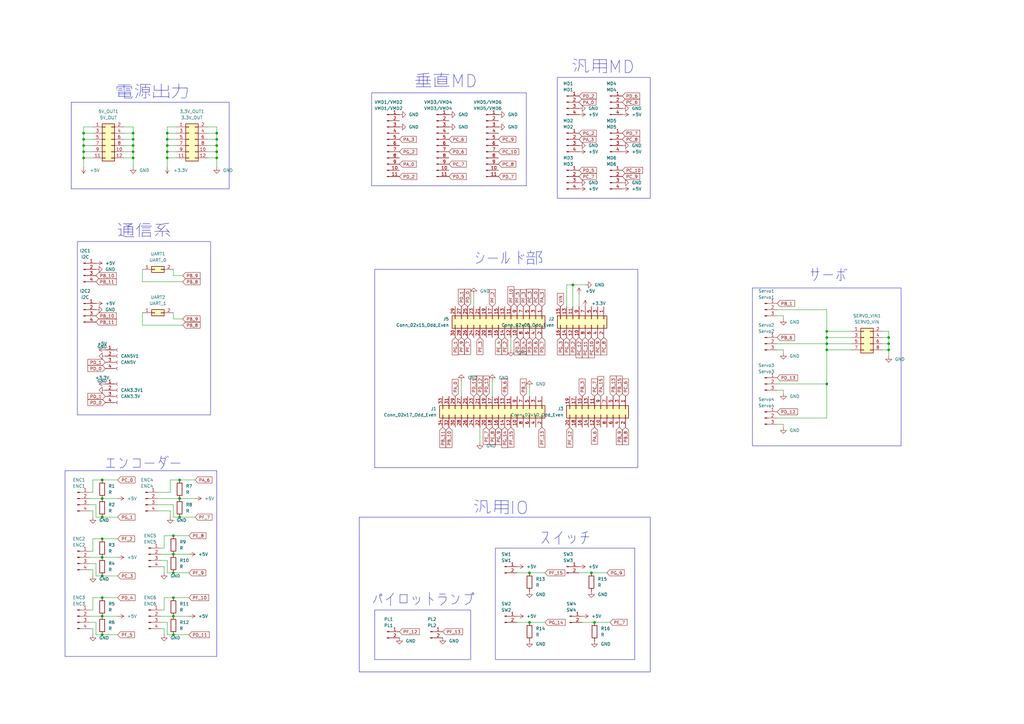
<source format=kicad_sch>
(kicad_sch (version 20231120) (generator "eeschema") (generator_version "8.0")
  (paper "A3")
  (junction (at 41.91 260.35))
  (junction (at 88.9 57.15))
  (junction (at 34.29 59.69))
  (junction (at 41.91 252.73))
  (junction (at 68.58 59.69))
  (junction (at 54.61 62.23))
  (junction (at 339.09 135.89))
  (junction (at 71.12 245.11))
  (junction (at 217.17 234.95))
  (junction (at 34.29 54.61))
  (junction (at 217.17 255.27))
  (junction (at 73.66 196.85))
  (junction (at 234.95 116.84))
  (junction (at 68.58 54.61))
  (junction (at 68.58 62.23))
  (junction (at 41.91 212.09))
  (junction (at 41.91 196.85))
  (junction (at 339.09 140.97))
  (junction (at 71.12 227.33))
  (junction (at 364.49 140.97))
  (junction (at 71.12 260.35))
  (junction (at 71.12 219.71))
  (junction (at 41.91 236.22))
  (junction (at 339.09 157.48))
  (junction (at 41.91 228.6))
  (junction (at 339.09 143.51))
  (junction (at 71.12 252.73))
  (junction (at 41.91 245.11))
  (junction (at 54.61 57.15))
  (junction (at 243.84 255.27))
  (junction (at 34.29 64.77))
  (junction (at 364.49 143.51))
  (junction (at 68.58 64.77))
  (junction (at 364.49 138.43))
  (junction (at 41.91 220.98))
  (junction (at 71.12 234.95))
  (junction (at 34.29 57.15))
  (junction (at 88.9 62.23))
  (junction (at 339.09 138.43))
  (junction (at 41.91 204.47))
  (junction (at 73.66 212.09))
  (junction (at 54.61 54.61))
  (junction (at 54.61 59.69))
  (junction (at 54.61 64.77))
  (junction (at 88.9 59.69))
  (junction (at 34.29 62.23))
  (junction (at 88.9 64.77))
  (junction (at 242.57 234.95))
  (junction (at 88.9 54.61))
  (junction (at 68.58 57.15))
  (junction (at 73.66 204.47))
  (wire (pts (xy 73.66 212.09) (xy 80.01 212.09)))
  (wire (pts (xy 88.9 54.61) (xy 88.9 57.15)))
  (wire (pts (xy 339.09 140.97) (xy 349.25 140.97)))
  (wire (pts (xy 364.49 135.89) (xy 361.95 135.89)))
  (wire (pts (xy 54.61 57.15) (xy 54.61 59.69)))
  (wire (pts (xy 339.09 127) (xy 339.09 135.89)))
  (wire (pts (xy 64.77 204.47) (xy 73.66 204.47)))
  (wire (pts (xy 321.31 129.54) (xy 321.31 130.81)))
  (wire (pts (xy 41.91 228.6) (xy 48.26 228.6)))
  (wire (pts (xy 189.23 156.21) (xy 189.23 162.56)))
  (wire (pts (xy 38.1 257.81) (xy 38.1 260.35)))
  (wire (pts (xy 64.77 209.55) (xy 69.85 209.55)))
  (wire (pts (xy 67.31 224.79) (xy 67.31 219.71)))
  (wire (pts (xy 321.31 144.78) (xy 321.31 143.51)))
  (wire (pts (xy 217.17 234.95) (xy 223.52 234.95)))
  (wire (pts (xy 238.76 255.27) (xy 243.84 255.27)))
  (wire (pts (xy 36.83 204.47) (xy 41.91 204.47)))
  (wire (pts (xy 34.29 54.61) (xy 34.29 52.07)))
  (wire (pts (xy 339.09 135.89) (xy 339.09 138.43)))
  (wire (pts (xy 39.37 207.01) (xy 39.37 212.09)))
  (wire (pts (xy 242.57 234.95) (xy 248.92 234.95)))
  (wire (pts (xy 68.58 255.27) (xy 68.58 260.35)))
  (wire (pts (xy 67.31 250.19) (xy 67.31 245.11)))
  (wire (pts (xy 68.58 57.15) (xy 68.58 54.61)))
  (wire (pts (xy 36.83 257.81) (xy 38.1 257.81)))
  (wire (pts (xy 41.91 220.98) (xy 48.26 220.98)))
  (wire (pts (xy 364.49 143.51) (xy 364.49 140.97)))
  (wire (pts (xy 69.85 201.93) (xy 69.85 196.85)))
  (wire (pts (xy 38.1 245.11) (xy 41.91 245.11)))
  (wire (pts (xy 34.29 59.69) (xy 34.29 57.15)))
  (wire (pts (xy 234.95 116.84) (xy 234.95 125.73)))
  (wire (pts (xy 318.77 157.48) (xy 339.09 157.48)))
  (wire (pts (xy 66.04 224.79) (xy 67.31 224.79)))
  (wire (pts (xy 85.09 64.77) (xy 88.9 64.77)))
  (wire (pts (xy 318.77 160.02) (xy 321.31 160.02)))
  (wire (pts (xy 88.9 52.07) (xy 88.9 54.61)))
  (wire (pts (xy 364.49 146.05) (xy 364.49 143.51)))
  (wire (pts (xy 71.12 130.81) (xy 74.93 130.81)))
  (wire (pts (xy 41.91 260.35) (xy 48.26 260.35)))
  (wire (pts (xy 68.58 68.58) (xy 68.58 64.77)))
  (wire (pts (xy 36.83 250.19) (xy 38.1 250.19)))
  (wire (pts (xy 364.49 140.97) (xy 364.49 138.43)))
  (wire (pts (xy 36.83 207.01) (xy 39.37 207.01)))
  (wire (pts (xy 361.95 138.43) (xy 364.49 138.43)))
  (wire (pts (xy 34.29 54.61) (xy 38.1 54.61)))
  (wire (pts (xy 361.95 143.51) (xy 364.49 143.51)))
  (wire (pts (xy 73.66 196.85) (xy 80.01 196.85)))
  (wire (pts (xy 38.1 196.85) (xy 41.91 196.85)))
  (wire (pts (xy 339.09 135.89) (xy 349.25 135.89)))
  (wire (pts (xy 34.29 62.23) (xy 34.29 59.69)))
  (wire (pts (xy 41.91 204.47) (xy 48.26 204.47)))
  (wire (pts (xy 196.85 175.26) (xy 196.85 181.61)))
  (wire (pts (xy 34.29 68.58) (xy 34.29 64.77)))
  (wire (pts (xy 234.95 116.84) (xy 232.41 116.84)))
  (wire (pts (xy 318.77 129.54) (xy 321.31 129.54)))
  (wire (pts (xy 54.61 64.77) (xy 54.61 68.58)))
  (wire (pts (xy 34.29 59.69) (xy 38.1 59.69)))
  (wire (pts (xy 68.58 229.87) (xy 68.58 234.95)))
  (wire (pts (xy 212.09 255.27) (xy 217.17 255.27)))
  (wire (pts (xy 50.8 62.23) (xy 54.61 62.23)))
  (wire (pts (xy 321.31 160.02) (xy 321.31 161.29)))
  (wire (pts (xy 38.1 226.06) (xy 38.1 220.98)))
  (wire (pts (xy 36.83 255.27) (xy 39.37 255.27)))
  (wire (pts (xy 34.29 57.15) (xy 34.29 54.61)))
  (wire (pts (xy 54.61 52.07) (xy 54.61 54.61)))
  (wire (pts (xy 41.91 245.11) (xy 48.26 245.11)))
  (wire (pts (xy 68.58 62.23) (xy 68.58 59.69)))
  (wire (pts (xy 64.77 201.93) (xy 69.85 201.93)))
  (wire (pts (xy 39.37 236.22) (xy 41.91 236.22)))
  (wire (pts (xy 71.12 234.95) (xy 77.47 234.95)))
  (wire (pts (xy 318.77 140.97) (xy 339.09 140.97)))
  (wire (pts (xy 217.17 158.75) (xy 217.17 162.56)))
  (wire (pts (xy 68.58 59.69) (xy 68.58 57.15)))
  (wire (pts (xy 71.12 110.49) (xy 71.12 113.03)))
  (wire (pts (xy 321.31 173.99) (xy 318.77 173.99)))
  (wire (pts (xy 85.09 54.61) (xy 88.9 54.61)))
  (wire (pts (xy 39.37 231.14) (xy 39.37 236.22)))
  (wire (pts (xy 88.9 64.77) (xy 88.9 68.58)))
  (wire (pts (xy 71.12 212.09) (xy 73.66 212.09)))
  (wire (pts (xy 66.04 255.27) (xy 68.58 255.27)))
  (wire (pts (xy 339.09 140.97) (xy 339.09 143.51)))
  (wire (pts (xy 85.09 52.07) (xy 88.9 52.07)))
  (wire (pts (xy 71.12 252.73) (xy 77.47 252.73)))
  (wire (pts (xy 38.1 233.68) (xy 38.1 236.22)))
  (wire (pts (xy 38.1 220.98) (xy 41.91 220.98)))
  (wire (pts (xy 68.58 52.07) (xy 72.39 52.07)))
  (wire (pts (xy 212.09 234.95) (xy 217.17 234.95)))
  (wire (pts (xy 88.9 57.15) (xy 88.9 59.69)))
  (wire (pts (xy 339.09 143.51) (xy 339.09 157.48)))
  (wire (pts (xy 88.9 62.23) (xy 88.9 64.77)))
  (wire (pts (xy 36.83 228.6) (xy 41.91 228.6)))
  (wire (pts (xy 54.61 54.61) (xy 54.61 57.15)))
  (wire (pts (xy 321.31 175.26) (xy 321.31 173.99)))
  (wire (pts (xy 39.37 212.09) (xy 41.91 212.09)))
  (wire (pts (xy 339.09 143.51) (xy 349.25 143.51)))
  (wire (pts (xy 58.42 128.27) (xy 58.42 133.35)))
  (wire (pts (xy 34.29 64.77) (xy 34.29 62.23)))
  (wire (pts (xy 243.84 255.27) (xy 250.19 255.27)))
  (wire (pts (xy 58.42 115.57) (xy 74.93 115.57)))
  (wire (pts (xy 36.83 233.68) (xy 38.1 233.68)))
  (wire (pts (xy 339.09 138.43) (xy 339.09 140.97)))
  (wire (pts (xy 50.8 57.15) (xy 54.61 57.15)))
  (wire (pts (xy 68.58 54.61) (xy 68.58 52.07)))
  (wire (pts (xy 318.77 171.45) (xy 339.09 171.45)))
  (wire (pts (xy 41.91 252.73) (xy 48.26 252.73)))
  (wire (pts (xy 34.29 64.77) (xy 38.1 64.77)))
  (wire (pts (xy 85.09 59.69) (xy 88.9 59.69)))
  (wire (pts (xy 66.04 229.87) (xy 68.58 229.87)))
  (wire (pts (xy 66.04 250.19) (xy 67.31 250.19)))
  (wire (pts (xy 68.58 64.77) (xy 68.58 62.23)))
  (wire (pts (xy 321.31 143.51) (xy 318.77 143.51)))
  (wire (pts (xy 68.58 62.23) (xy 72.39 62.23)))
  (wire (pts (xy 71.12 113.03) (xy 74.93 113.03)))
  (wire (pts (xy 36.83 209.55) (xy 38.1 209.55)))
  (wire (pts (xy 318.77 127) (xy 339.09 127)))
  (wire (pts (xy 88.9 59.69) (xy 88.9 62.23)))
  (wire (pts (xy 34.29 62.23) (xy 38.1 62.23)))
  (wire (pts (xy 36.83 252.73) (xy 41.91 252.73)))
  (wire (pts (xy 36.83 226.06) (xy 38.1 226.06)))
  (wire (pts (xy 67.31 257.81) (xy 67.31 260.35)))
  (wire (pts (xy 39.37 260.35) (xy 41.91 260.35)))
  (wire (pts (xy 58.42 110.49) (xy 58.42 115.57)))
  (wire (pts (xy 73.66 204.47) (xy 80.01 204.47)))
  (wire (pts (xy 36.83 231.14) (xy 39.37 231.14)))
  (wire (pts (xy 240.03 116.84) (xy 234.95 116.84)))
  (wire (pts (xy 38.1 250.19) (xy 38.1 245.11)))
  (wire (pts (xy 85.09 57.15) (xy 88.9 57.15)))
  (wire (pts (xy 339.09 157.48) (xy 339.09 171.45)))
  (wire (pts (xy 66.04 252.73) (xy 71.12 252.73)))
  (wire (pts (xy 38.1 201.93) (xy 38.1 196.85)))
  (wire (pts (xy 85.09 62.23) (xy 88.9 62.23)))
  (wire (pts (xy 194.31 120.65) (xy 194.31 125.73)))
  (wire (pts (xy 69.85 196.85) (xy 73.66 196.85)))
  (wire (pts (xy 66.04 257.81) (xy 67.31 257.81)))
  (wire (pts (xy 50.8 59.69) (xy 54.61 59.69)))
  (wire (pts (xy 68.58 234.95) (xy 71.12 234.95)))
  (wire (pts (xy 71.12 227.33) (xy 77.47 227.33)))
  (wire (pts (xy 71.12 245.11) (xy 77.47 245.11)))
  (wire (pts (xy 67.31 219.71) (xy 71.12 219.71)))
  (wire (pts (xy 71.12 128.27) (xy 71.12 130.81)))
  (wire (pts (xy 237.49 234.95) (xy 242.57 234.95)))
  (wire (pts (xy 50.8 52.07) (xy 54.61 52.07)))
  (wire (pts (xy 237.49 120.65) (xy 237.49 125.73)))
  (wire (pts (xy 41.91 212.09) (xy 48.26 212.09)))
  (wire (pts (xy 68.58 59.69) (xy 72.39 59.69)))
  (wire (pts (xy 66.04 227.33) (xy 71.12 227.33)))
  (wire (pts (xy 71.12 260.35) (xy 77.47 260.35)))
  (wire (pts (xy 71.12 207.01) (xy 71.12 212.09)))
  (wire (pts (xy 364.49 138.43) (xy 364.49 135.89)))
  (wire (pts (xy 201.93 156.21) (xy 201.93 162.56)))
  (wire (pts (xy 217.17 255.27) (xy 223.52 255.27)))
  (wire (pts (xy 71.12 219.71) (xy 77.47 219.71)))
  (wire (pts (xy 39.37 255.27) (xy 39.37 260.35)))
  (wire (pts (xy 38.1 209.55) (xy 38.1 212.09)))
  (wire (pts (xy 34.29 52.07) (xy 38.1 52.07)))
  (wire (pts (xy 34.29 57.15) (xy 38.1 57.15)))
  (wire (pts (xy 68.58 260.35) (xy 71.12 260.35)))
  (wire (pts (xy 54.61 62.23) (xy 54.61 64.77)))
  (wire (pts (xy 64.77 207.01) (xy 71.12 207.01)))
  (wire (pts (xy 50.8 54.61) (xy 54.61 54.61)))
  (wire (pts (xy 41.91 196.85) (xy 48.26 196.85)))
  (wire (pts (xy 58.42 133.35) (xy 74.93 133.35)))
  (wire (pts (xy 68.58 57.15) (xy 72.39 57.15)))
  (wire (pts (xy 66.04 232.41) (xy 67.31 232.41)))
  (wire (pts (xy 69.85 209.55) (xy 69.85 212.09)))
  (wire (pts (xy 209.55 138.43) (xy 209.55 143.51)))
  (wire (pts (xy 232.41 116.84) (xy 232.41 125.73)))
  (wire (pts (xy 50.8 64.77) (xy 54.61 64.77)))
  (wire (pts (xy 41.91 236.22) (xy 48.26 236.22)))
  (wire (pts (xy 67.31 232.41) (xy 67.31 234.95)))
  (wire (pts (xy 68.58 64.77) (xy 72.39 64.77)))
  (wire (pts (xy 54.61 59.69) (xy 54.61 62.23)))
  (wire (pts (xy 36.83 201.93) (xy 38.1 201.93)))
  (wire (pts (xy 339.09 138.43) (xy 349.25 138.43)))
  (wire (pts (xy 67.31 245.11) (xy 71.12 245.11)))
  (wire (pts (xy 361.95 140.97) (xy 364.49 140.97)))
  (wire (pts (xy 68.58 54.61) (xy 72.39 54.61)))
  (rectangle (start 308.61 118.11) (end 369.57 182.88))
  (rectangle (start 26.67 193.04) (end 88.9 269.24))
  (rectangle (start 153.67 110.49) (end 261.62 191.77))
  (rectangle (start 147.32 212.09) (end 266.7 275.59))
  (text_box "" (at 228.6 31.75 0) (size 38.1 49.53) (effects (font (size 1.27 1.27)) (justify left top)))
  (text_box "" (at 203.2 224.79 0) (size 57.15 45.72) (effects (font (size 1.27 1.27)) (justify left top)))
  (text_box "" (at 29.21 41.91 0) (size 64.77 35.56) (effects (font (size 1.27 1.27)) (justify left top)))
  (text_box "" (at 152.4 38.1 0) (size 63.5 38.1) (effects (font (size 1.27 1.27)) (justify left top)))
  (text_box "" (at 31.75 99.06 0) (size 54.61 71.12) (effects (font (size 1.27 1.27)) (justify left top)))
  (text_box "" (at 153.67 250.19 0) (size 39.37 20.32) (effects (font (size 1.27 1.27)) (justify left top)))
  (text "汎用IO" (at 205.486 208.534 0) (effects (font (size 5.08 5.08))))
  (text "シールド部\n" (at 208.534 106.426 0) (effects (font (size 5.08 5.08))))
  (text "垂直MD" (at 182.88 33.528 0) (effects (font (size 5.08 5.08))))
  (text "汎用MD" (at 247.396 27.686 0) (effects (font (size 5.08 5.08))))
  (text "エンコーダー" (at 58.674 190.5 0) (effects (font (size 5.08 5.08))))
  (text "パイロットランプ" (at 173.482 246.38 0) (effects (font (size 5.08 5.08))))
  (text "スイッチ" (at 231.902 221.234 0) (effects (font (size 5.08 5.08))))
  (text "電源出力" (at 62.484 38.1 0) (effects (font (size 5.08 5.08))))
  (text "通信系\n" (at 59.182 94.996 0) (effects (font (size 5.08 5.08))))
  (text "サーボ" (at 339.598 113.284 0) (effects (font (size 5.08 5.08))))
  (global_label "PG_2" (shape input) (at 237.49 54.61 0) (property "Intersheetrefs" "${INTERSHEET_REFS}" (effects (hide yes))))
  (global_label "PC_10" (shape input) (at 204.47 62.23 0) (property "Intersheetrefs" "${INTERSHEET_REFS}" (effects (hide yes))))
  (global_label "PA_3" (shape input) (at 222.25 125.73 90) (property "Intersheetrefs" "${INTERSHEET_REFS}" (effects (hide yes))))
  (global_label "PF_2" (shape input) (at 48.26 220.98 0) (property "Intersheetrefs" "${INTERSHEET_REFS}" (effects (hide yes))))
  (global_label "PC_10" (shape input) (at 255.27 69.85 0) (property "Intersheetrefs" "${INTERSHEET_REFS}" (effects (hide yes))))
  (global_label "PD_0" (shape input) (at 43.18 165.1 180) (property "Intersheetrefs" "${INTERSHEET_REFS}" (effects (hide yes))))
  (global_label "PB_15" (shape input) (at 254 162.56 90) (property "Intersheetrefs" "${INTERSHEET_REFS}" (effects (hide yes))))
  (global_label "PD_6" (shape input) (at 255.27 39.37 0) (property "Intersheetrefs" "${INTERSHEET_REFS}" (effects (hide yes))))
  (global_label "PA_6" (shape input) (at 243.84 175.26 270) (property "Intersheetrefs" "${INTERSHEET_REFS}" (effects (hide yes))))
  (global_label "PE_7" (shape input) (at 250.19 255.27 0) (property "Intersheetrefs" "${INTERSHEET_REFS}" (effects (hide yes))))
  (global_label "PE_7" (shape input) (at 199.39 175.26 270) (property "Intersheetrefs" "${INTERSHEET_REFS}" (effects (hide yes))))
  (global_label "PG_1" (shape input) (at 48.26 212.09 0) (property "Intersheetrefs" "${INTERSHEET_REFS}" (effects (hide yes))))
  (global_label "PD_4" (shape input) (at 214.63 138.43 270) (property "Intersheetrefs" "${INTERSHEET_REFS}" (effects (hide yes))))
  (global_label "PF_3" (shape input) (at 214.63 125.73 90) (property "Intersheetrefs" "${INTERSHEET_REFS}" (effects (hide yes))))
  (global_label "PF_13" (shape input) (at 222.25 175.26 270) (property "Intersheetrefs" "${INTERSHEET_REFS}" (effects (hide yes))))
  (global_label "PD_7" (shape input) (at 222.25 138.43 270) (property "Intersheetrefs" "${INTERSHEET_REFS}" (effects (hide yes))))
  (global_label "PB_6" (shape input) (at 318.77 138.43 0) (property "Intersheetrefs" "${INTERSHEET_REFS}" (effects (hide yes))))
  (global_label "PD_12" (shape input) (at 318.77 168.91 0) (property "Intersheetrefs" "${INTERSHEET_REFS}" (effects (hide yes))))
  (global_label "PA_6" (shape input) (at 80.01 196.85 0) (property "Intersheetrefs" "${INTERSHEET_REFS}" (effects (hide yes))))
  (global_label "PD_2" (shape input) (at 163.83 72.39 0) (property "Intersheetrefs" "${INTERSHEET_REFS}" (effects (hide yes))))
  (global_label "PE_8" (shape input) (at 77.47 219.71 0) (property "Intersheetrefs" "${INTERSHEET_REFS}" (effects (hide yes))))
  (global_label "PF_10" (shape input) (at 77.47 245.11 0) (property "Intersheetrefs" "${INTERSHEET_REFS}" (effects (hide yes))))
  (global_label "PE_4" (shape input) (at 204.47 138.43 270) (property "Intersheetrefs" "${INTERSHEET_REFS}" (effects (hide yes))))
  (global_label "PF_10" (shape input) (at 209.55 125.73 90) (property "Intersheetrefs" "${INTERSHEET_REFS}" (effects (hide yes))))
  (global_label "PF_15" (shape input) (at 209.55 175.26 270) (property "Intersheetrefs" "${INTERSHEET_REFS}" (effects (hide yes))))
  (global_label "PB_6" (shape input) (at 207.01 162.56 90) (property "Intersheetrefs" "${INTERSHEET_REFS}" (effects (hide yes))))
  (global_label "PF_9" (shape input) (at 189.23 138.43 270) (property "Intersheetrefs" "${INTERSHEET_REFS}" (effects (hide yes))))
  (global_label "PC_11" (shape input) (at 240.03 138.43 270) (property "Intersheetrefs" "${INTERSHEET_REFS}" (effects (hide yes))))
  (global_label "PF_5" (shape input) (at 212.09 125.73 90) (property "Intersheetrefs" "${INTERSHEET_REFS}" (effects (hide yes))))
  (global_label "PB_11" (shape input) (at 39.37 115.57 0) (property "Intersheetrefs" "${INTERSHEET_REFS}" (effects (hide yes))))
  (global_label "PD_5" (shape input) (at 217.17 138.43 270) (property "Intersheetrefs" "${INTERSHEET_REFS}" (effects (hide yes))))
  (global_label "PD_7" (shape input) (at 255.27 54.61 0) (property "Intersheetrefs" "${INTERSHEET_REFS}" (effects (hide yes))))
  (global_label "PD_5" (shape input) (at 237.49 69.85 0) (property "Intersheetrefs" "${INTERSHEET_REFS}" (effects (hide yes))))
  (global_label "PC_9" (shape input) (at 204.47 57.15 0) (property "Intersheetrefs" "${INTERSHEET_REFS}" (effects (hide yes))))
  (global_label "PD_2" (shape input) (at 234.95 138.43 270) (property "Intersheetrefs" "${INTERSHEET_REFS}" (effects (hide yes))))
  (global_label "PF_12" (shape input) (at 233.68 175.26 270) (property "Intersheetrefs" "${INTERSHEET_REFS}" (effects (hide yes))))
  (global_label "PF_7" (shape input) (at 80.01 212.09 0) (property "Intersheetrefs" "${INTERSHEET_REFS}" (effects (hide yes))))
  (global_label "PB_8" (shape input) (at 74.93 115.57 0) (property "Intersheetrefs" "${INTERSHEET_REFS}" (effects (hide yes))))
  (global_label "PA_15" (shape input) (at 246.38 162.56 90) (property "Intersheetrefs" "${INTERSHEET_REFS}" (effects (hide yes))))
  (global_label "PD_6" (shape input) (at 184.15 62.23 0) (property "Intersheetrefs" "${INTERSHEET_REFS}" (effects (hide yes))))
  (global_label "PB_10" (shape input) (at 39.37 129.54 0) (property "Intersheetrefs" "${INTERSHEET_REFS}" (effects (hide yes))))
  (global_label "PD_11" (shape input) (at 194.31 162.56 90) (property "Intersheetrefs" "${INTERSHEET_REFS}" (effects (hide yes))))
  (global_label "PB_11" (shape input) (at 39.37 132.08 0) (property "Intersheetrefs" "${INTERSHEET_REFS}" (effects (hide yes))))
  (global_label "PC_6" (shape input) (at 184.15 57.15 0) (property "Intersheetrefs" "${INTERSHEET_REFS}" (effects (hide yes))))
  (global_label "PA_3" (shape input) (at 237.49 57.15 0) (property "Intersheetrefs" "${INTERSHEET_REFS}" (effects (hide yes))))
  (global_label "PD_0" (shape input) (at 43.18 151.13 180) (property "Intersheetrefs" "${INTERSHEET_REFS}" (effects (hide yes))))
  (global_label "PF_12" (shape input) (at 163.83 259.08 0) (property "Intersheetrefs" "${INTERSHEET_REFS}" (effects (hide yes))))
  (global_label "PB_10" (shape input) (at 184.15 175.26 270) (property "Intersheetrefs" "${INTERSHEET_REFS}" (effects (hide yes))))
  (global_label "PC_0" (shape input) (at 48.26 196.85 0) (property "Intersheetrefs" "${INTERSHEET_REFS}" (effects (hide yes))))
  (global_label "PC_8" (shape input) (at 204.47 67.31 0) (property "Intersheetrefs" "${INTERSHEET_REFS}" (effects (hide yes))))
  (global_label "PB_10" (shape input) (at 39.37 113.03 0) (property "Intersheetrefs" "${INTERSHEET_REFS}" (effects (hide yes))))
  (global_label "PG_3" (shape input) (at 229.87 138.43 270) (property "Intersheetrefs" "${INTERSHEET_REFS}" (effects (hide yes))))
  (global_label "PD_2" (shape input) (at 237.49 39.37 0) (property "Intersheetrefs" "${INTERSHEET_REFS}" (effects (hide yes))))
  (global_label "PG_9" (shape input) (at 204.47 175.26 270) (property "Intersheetrefs" "${INTERSHEET_REFS}" (effects (hide yes))))
  (global_label "PC_6" (shape input) (at 255.27 41.91 0) (property "Intersheetrefs" "${INTERSHEET_REFS}" (effects (hide yes))))
  (global_label "PD_1" (shape input) (at 189.23 125.73 90) (property "Intersheetrefs" "${INTERSHEET_REFS}" (effects (hide yes))))
  (global_label "PA_3" (shape input) (at 163.83 57.15 0) (property "Intersheetrefs" "${INTERSHEET_REFS}" (effects (hide yes))))
  (global_label "PE_2" (shape input) (at 207.01 138.43 270) (property "Intersheetrefs" "${INTERSHEET_REFS}" (effects (hide yes))))
  (global_label "PE_3" (shape input) (at 196.85 138.43 270) (property "Intersheetrefs" "${INTERSHEET_REFS}" (effects (hide yes))))
  (global_label "PG_1" (shape input) (at 186.69 138.43 270) (property "Intersheetrefs" "${INTERSHEET_REFS}" (effects (hide yes))))
  (global_label "PB_8" (shape input) (at 74.93 133.35 0) (property "Intersheetrefs" "${INTERSHEET_REFS}" (effects (hide yes))))
  (global_label "PB_9" (shape input) (at 74.93 130.81 0) (property "Intersheetrefs" "${INTERSHEET_REFS}" (effects (hide yes))))
  (global_label "PD_12" (shape input) (at 196.85 162.56 90) (property "Intersheetrefs" "${INTERSHEET_REFS}" (effects (hide yes))))
  (global_label "PD_1" (shape input) (at 43.18 162.56 180) (property "Intersheetrefs" "${INTERSHEET_REFS}" (effects (hide yes))))
  (global_label "PB_13" (shape input) (at 251.46 162.56 90) (property "Intersheetrefs" "${INTERSHEET_REFS}" (effects (hide yes))))
  (global_label "PC_9" (shape input) (at 245.11 138.43 270) (property "Intersheetrefs" "${INTERSHEET_REFS}" (effects (hide yes))))
  (global_label "PG_14" (shape input) (at 207.01 175.26 270) (property "Intersheetrefs" "${INTERSHEET_REFS}" (effects (hide yes))))
  (global_label "PG_14" (shape input) (at 223.52 255.27 0) (property "Intersheetrefs" "${INTERSHEET_REFS}" (effects (hide yes))))
  (global_label "PC_7" (shape input) (at 237.49 72.39 0) (property "Intersheetrefs" "${INTERSHEET_REFS}" (effects (hide yes))))
  (global_label "PC_9" (shape input) (at 255.27 72.39 0) (property "Intersheetrefs" "${INTERSHEET_REFS}" (effects (hide yes))))
  (global_label "PC_6" (shape input) (at 256.54 162.56 90) (property "Intersheetrefs" "${INTERSHEET_REFS}" (effects (hide yes))))
  (global_label "PC_8" (shape input) (at 255.27 57.15 0) (property "Intersheetrefs" "${INTERSHEET_REFS}" (effects (hide yes))))
  (global_label "PD_13" (shape input) (at 199.39 162.56 90) (property "Intersheetrefs" "${INTERSHEET_REFS}" (effects (hide yes))))
  (global_label "PF_2" (shape input) (at 201.93 125.73 90) (property "Intersheetrefs" "${INTERSHEET_REFS}" (effects (hide yes))))
  (global_label "PF_7" (shape input) (at 191.77 138.43 270) (property "Intersheetrefs" "${INTERSHEET_REFS}" (effects (hide yes))))
  (global_label "PF_9" (shape input) (at 77.47 234.95 0) (property "Intersheetrefs" "${INTERSHEET_REFS}" (effects (hide yes))))
  (global_label "PE_8" (shape input) (at 201.93 175.26 270) (property "Intersheetrefs" "${INTERSHEET_REFS}" (effects (hide yes))))
  (global_label "PG_2" (shape input) (at 163.83 62.23 0) (property "Intersheetrefs" "${INTERSHEET_REFS}" (effects (hide yes))))
  (global_label "PA_0" (shape input) (at 163.83 67.31 0) (property "Intersheetrefs" "${INTERSHEET_REFS}" (effects (hide yes))))
  (global_label "PB_1" (shape input) (at 318.77 124.46 0) (property "Intersheetrefs" "${INTERSHEET_REFS}" (effects (hide yes))))
  (global_label "PD_3" (shape input) (at 212.09 138.43 270) (property "Intersheetrefs" "${INTERSHEET_REFS}" (effects (hide yes))))
  (global_label "PC_8" (shape input) (at 247.65 138.43 270) (property "Intersheetrefs" "${INTERSHEET_REFS}" (effects (hide yes))))
  (global_label "PF_13" (shape input) (at 181.61 259.08 0) (property "Intersheetrefs" "${INTERSHEET_REFS}" (effects (hide yes))))
  (global_label "PC_12" (shape input) (at 237.49 138.43 270) (property "Intersheetrefs" "${INTERSHEET_REFS}" (effects (hide yes))))
  (global_label "PA_0" (shape input) (at 186.69 162.56 90) (property "Intersheetrefs" "${INTERSHEET_REFS}" (effects (hide yes))))
  (global_label "PG_2" (shape input) (at 232.41 138.43 270) (property "Intersheetrefs" "${INTERSHEET_REFS}" (effects (hide yes))))
  (global_label "PB_9" (shape input) (at 74.93 113.03 0) (property "Intersheetrefs" "${INTERSHEET_REFS}" (effects (hide yes))))
  (global_label "PB_11" (shape input) (at 181.61 175.26 270) (property "Intersheetrefs" "${INTERSHEET_REFS}" (effects (hide yes))))
  (global_label "PC_10" (shape input) (at 242.57 138.43 270) (property "Intersheetrefs" "${INTERSHEET_REFS}" (effects (hide yes))))
  (global_label "PC_0" (shape input) (at 219.71 125.73 90) (property "Intersheetrefs" "${INTERSHEET_REFS}" (effects (hide yes))))
  (global_label "PD_7" (shape input) (at 204.47 72.39 0) (property "Intersheetrefs" "${INTERSHEET_REFS}" (effects (hide yes))))
  (global_label "VIN" (shape input) (at 229.87 125.73 90) (property "Intersheetrefs" "${INTERSHEET_REFS}" (effects (hide yes))))
  (global_label "PG_9" (shape input) (at 248.92 234.95 0) (property "Intersheetrefs" "${INTERSHEET_REFS}" (effects (hide yes))))
  (global_label "PD_5" (shape input) (at 184.15 72.39 0) (property "Intersheetrefs" "${INTERSHEET_REFS}" (effects (hide yes))))
  (global_label "PC_7" (shape input) (at 243.84 162.56 90) (property "Intersheetrefs" "${INTERSHEET_REFS}" (effects (hide yes))))
  (global_label "PC_7" (shape input) (at 184.15 67.31 0) (property "Intersheetrefs" "${INTERSHEET_REFS}" (effects (hide yes))))
  (global_label "PD_0" (shape input) (at 191.77 125.73 90) (property "Intersheetrefs" "${INTERSHEET_REFS}" (effects (hide yes))))
  (global_label "PB_3" (shape input) (at 238.76 162.56 90) (property "Intersheetrefs" "${INTERSHEET_REFS}" (effects (hide yes))))
  (global_label "PD_6" (shape input) (at 219.71 138.43 270) (property "Intersheetrefs" "${INTERSHEET_REFS}" (effects (hide yes))))
  (global_label "PC_3" (shape input) (at 48.26 236.22 0) (property "Intersheetrefs" "${INTERSHEET_REFS}" (effects (hide yes))))
  (global_label "PD_4" (shape input) (at 48.26 245.11 0) (property "Intersheetrefs" "${INTERSHEET_REFS}" (effects (hide yes))))
  (global_label "PF_15" (shape input) (at 223.52 234.95 0) (property "Intersheetrefs" "${INTERSHEET_REFS}" (effects (hide yes))))
  (global_label "PD_13" (shape input) (at 318.77 154.94 0) (property "Intersheetrefs" "${INTERSHEET_REFS}" (effects (hide yes))))
  (global_label "PD_1" (shape input) (at 43.18 148.59 180) (property "Intersheetrefs" "${INTERSHEET_REFS}" (effects (hide yes))))
  (global_label "PF_5" (shape input) (at 48.26 260.35 0) (property "Intersheetrefs" "${INTERSHEET_REFS}" (effects (hide yes))))
  (global_label "PA_0" (shape input) (at 237.49 41.91 0) (property "Intersheetrefs" "${INTERSHEET_REFS}" (effects (hide yes))))
  (global_label "PB_8" (shape input) (at 256.54 175.26 270) (property "Intersheetrefs" "${INTERSHEET_REFS}" (effects (hide yes))))
  (global_label "PC_3" (shape input) (at 217.17 125.73 90) (property "Intersheetrefs" "${INTERSHEET_REFS}" (effects (hide yes))))
  (global_label "PB_1" (shape input) (at 214.63 162.56 90) (property "Intersheetrefs" "${INTERSHEET_REFS}" (effects (hide yes))))
  (global_label "PB_9" (shape input) (at 254 175.26 270) (property "Intersheetrefs" "${INTERSHEET_REFS}" (effects (hide yes))))
  (global_label "PD_11" (shape input) (at 77.47 260.35 0) (property "Intersheetrefs" "${INTERSHEET_REFS}" (effects (hide yes))))
  (symbol (lib_id "Connector:Conn_01x11_Pin") (at 199.39 59.69 0) (unit 1)
    (property "Reference" "VMD5/VMD6" (at 200.025 41.91 0))
    (property "Value" "VMD5/VMD6" (at 200.025 44.45 0))
    (property "Footprint" "Connector_PinHeader_2.54mm:PinHeader_1x11_P2.54mm_Vertical" (effects (hide yes)))
    (property "Description" "Generic connector, single row, 01x11, script generated" (effects (hide yes)))
  )
  (symbol (lib_id "power:+5V") (at 237.49 120.65 0) (unit 1)
    (property "Reference" "#PWR04" (effects (hide yes)))
    (property "Value" "+5V" (at 240.03 119.3799 0) (effects (justify left)))
  )
  (symbol (lib_id "power:+5V") (at 237.49 232.41 270) (unit 1)
    (property "Reference" "#PWR044" (effects (hide yes)))
    (property "Value" "+5V" (at 241.3 232.4099 90) (effects (justify left)))
  )
  (symbol (lib_id "power:+3.3V") (at 68.58 68.58 180) (unit 1)
    (property "Reference" "#PWR059" (effects (hide yes)))
    (property "Value" "+3.3V" (at 71.12 69.8499 0) (effects (justify right)))
    (property "Description" "Power symbol creates a global label with name \"+3.3V\"" (effects (hide yes)))
  )
  (symbol (lib_id "power:GND") (at 217.17 242.57 0) (unit 1)
    (property "Reference" "#PWR040" (effects (hide yes)))
    (property "Value" "GND" (at 219.71 243.8399 0) (effects (justify left)))
  )
  (symbol (lib_name "GND_2") (lib_id "power:GND") (at 204.47 52.07 90) (unit 1)
    (property "Reference" "#PWR067" (effects (hide yes)))
    (property "Value" "GND" (at 208.28 52.0699 90) (effects (justify right)))
    (property "Description" "Power symbol creates a global label with name \"GND\" , ground" (effects (hide yes)))
  )
  (symbol (lib_id "power:GND") (at 364.49 146.05 0) (unit 1)
    (property "Reference" "#PWR039" (effects (hide yes)))
    (property "Value" "GND" (at 367.03 147.3199 0) (effects (justify left)))
  )
  (symbol (lib_id "Connector:Conn_01x02_Pin") (at 176.53 259.08 0) (unit 1)
    (property "Reference" "PL2" (at 177.165 254 0))
    (property "Value" "PL2" (at 177.165 256.54 0))
    (property "Footprint" "Connector_PinHeader_2.54mm:PinHeader_1x02_P2.54mm_Vertical" (effects (hide yes)))
    (property "Description" "Generic connector, single row, 01x02, script generated" (effects (hide yes)))
  )
  (symbol (lib_id "power:GND") (at 242.57 242.57 0) (unit 1)
    (property "Reference" "#PWR045" (effects (hide yes)))
    (property "Value" "GND" (at 245.11 243.8399 0) (effects (justify left)))
  )
  (symbol (lib_id "power:+5V") (at 39.37 124.46 270) (unit 1)
    (property "Reference" "#PWR050" (effects (hide yes)))
    (property "Value" "+5V" (at 43.18 124.4599 90) (effects (justify left)))
  )
  (symbol (lib_name "GND_1") (lib_id "power:GND") (at 43.18 160.02 270) (unit 1)
    (property "Reference" "#PWR058" (effects (hide yes)))
    (property "Value" "GND" (at 41.91 156.21 90))
    (property "Description" "Power symbol creates a global label with name \"GND\" , ground" (effects (hide yes)))
  )
  (symbol (lib_id "Connector:Conn_01x02_Pin") (at 207.01 232.41 0) (unit 1)
    (property "Reference" "SW1" (at 207.645 227.33 0))
    (property "Value" "SW1" (at 207.645 229.87 0))
    (property "Footprint" "Connector_PinHeader_2.54mm:PinHeader_1x02_P2.54mm_Vertical" (effects (hide yes)))
  )
  (symbol (lib_id "power:GND") (at 88.9 68.58 0) (unit 1)
    (property "Reference" "#PWR060" (effects (hide yes)))
    (property "Value" "GND" (at 91.44 69.8499 0) (effects (justify left)))
  )
  (symbol (lib_id "power:+5V") (at 48.26 204.47 270) (unit 1)
    (property "Reference" "#PWR023" (effects (hide yes)))
    (property "Value" "+5V" (at 52.07 204.4699 90) (effects (justify left)))
  )
  (symbol (lib_id "Connector:Conn_01x04_Pin") (at 232.41 72.39 0) (unit 1)
    (property "Reference" "MD3" (at 233.045 64.77 0))
    (property "Value" "MD3" (at 233.045 67.31 0))
    (property "Footprint" "Connector_PinHeader_2.54mm:PinHeader_1x04_P2.54mm_Vertical" (effects (hide yes)))
  )
  (symbol (lib_id "Connector_Generic:Conn_02x04_Odd_Even") (at 354.33 138.43 0) (unit 1)
    (property "Reference" "SERVO_VIN1" (at 355.6 129.54 0))
    (property "Value" "SERVO_VIN" (at 355.6 132.08 0))
    (property "Footprint" "Connector_PinSocket_2.54mm:PinSocket_2x04_P2.54mm_Vertical" (effects (hide yes)))
  )
  (symbol (lib_id "Connector:Conn_01x04_Pin") (at 34.29 110.49 0) (unit 1)
    (property "Reference" "I2C1" (at 34.925 102.87 0))
    (property "Value" "I2C" (at 34.925 105.41 0))
    (property "Footprint" "Connector_PinHeader_2.54mm:PinHeader_1x04_P2.54mm_Vertical" (effects (hide yes)))
  )
  (symbol (lib_id "Connector_Generic:Conn_02x15_Odd_Even") (at 204.47 130.81 270) (unit 1)
    (property "Reference" "J5" (at 184.15 130.8099 90) (effects (justify right)))
    (property "Value" "Conn_02x15_Odd_Even" (at 184.15 133.3499 90) (effects (justify right)))
    (property "Footprint" "Connector_PinHeader_2.54mm:PinHeader_2x15_P2.54mm_Vertical" (effects (hide yes)))
  )
  (symbol (lib_id "Connector:Conn_01x02_Pin") (at 158.75 259.08 0) (unit 1)
    (property "Reference" "PL1" (at 159.385 254 0))
    (property "Value" "PL1" (at 159.385 256.54 0))
    (property "Footprint" "Connector_PinHeader_2.54mm:PinHeader_1x02_P2.54mm_Vertical" (effects (hide yes)))
    (property "Description" "Generic connector, single row, 01x02, script generated" (effects (hide yes)))
  )
  (symbol (lib_id "power:+3.3V") (at 43.18 157.48 90) (unit 1)
    (property "Reference" "#PWR038" (effects (hide yes)))
    (property "Value" "+3.3V" (at 41.91 154.94 90))
    (property "Description" "Power symbol creates a global label with name \"+3.3V\"" (effects (hide yes)))
  )
  (symbol (lib_id "power:GND") (at 237.49 59.69 90) (unit 1)
    (property "Reference" "#PWR05" (effects (hide yes)))
    (property "Value" "GND" (at 241.3 59.6899 90) (effects (justify right)))
  )
  (symbol (lib_id "Device:R") (at 71.12 223.52 0) (unit 1)
    (property "Reference" "R9" (at 73.66 222.2499 0) (effects (justify left)))
    (property "Value" "R" (at 73.66 224.7899 0) (effects (justify left)))
    (property "Footprint" "Resistor_THT:R_Axial_DIN0207_L6.3mm_D2.5mm_P10.16mm_Horizontal" (effects (hide yes)))
  )
  (symbol (lib_id "Connector:Conn_01x03_Pin") (at 313.69 140.97 0) (unit 1)
    (property "Reference" "Servo2" (at 314.325 133.35 0))
    (property "Value" "Servo2" (at 314.325 135.89 0))
    (property "Footprint" "Connector_PinHeader_2.54mm:PinHeader_1x03_P2.54mm_Vertical" (effects (hide yes)))
  )
  (symbol (lib_id "Connector:Conn_01x04_Pin") (at 59.69 204.47 0) (unit 1)
    (property "Reference" "ENC4" (at 60.325 196.85 0))
    (property "Value" "ENC4" (at 60.325 199.39 0))
    (property "Footprint" "Connector_PinHeader_2.54mm:PinHeader_1x04_P2.54mm_Vertical" (effects (hide yes)))
  )
  (symbol (lib_id "Connector:Conn_01x11_Pin") (at 179.07 59.69 0) (unit 1)
    (property "Reference" "VMD3/VMD4" (at 179.705 41.91 0))
    (property "Value" "VMD3/VMD4" (at 179.705 44.45 0))
    (property "Footprint" "Connector_PinHeader_2.54mm:PinHeader_1x11_P2.54mm_Vertical" (effects (hide yes)))
    (property "Description" "Generic connector, single row, 01x11, script generated" (effects (hide yes)))
  )
  (symbol (lib_id "power:GND") (at 321.31 130.81 0) (unit 1)
    (property "Reference" "#PWR035" (effects (hide yes)))
    (property "Value" "GND" (at 323.85 132.0799 0) (effects (justify left)))
  )
  (symbol (lib_id "power:GND") (at 201.93 156.21 180) (unit 1)
    (property "Reference" "#PWR055" (effects (hide yes)))
    (property "Value" "GND" (at 204.47 154.9399 0) (effects (justify right)))
  )
  (symbol (lib_id "Device:R") (at 41.91 208.28 0) (unit 1)
    (property "Reference" "R2" (at 44.45 207.0099 0) (effects (justify left)))
    (property "Value" "R" (at 44.45 209.5499 0) (effects (justify left)))
    (property "Footprint" "Resistor_THT:R_Axial_DIN0207_L6.3mm_D2.5mm_P10.16mm_Horizontal" (effects (hide yes)))
  )
  (symbol (lib_id "Connector:Conn_01x04_Pin") (at 232.41 41.91 0) (unit 1)
    (property "Reference" "MD1" (at 233.045 34.29 0))
    (property "Value" "MD1" (at 233.045 36.83 0))
    (property "Footprint" "Connector_PinHeader_2.54mm:PinHeader_1x04_P2.54mm_Vertical" (effects (hide yes)))
  )
  (symbol (lib_id "power:GND") (at 69.85 212.09 0) (unit 1)
    (property "Reference" "#PWR029" (effects (hide yes)))
    (property "Value" "GND" (at 72.39 213.3599 0) (effects (justify left)))
  )
  (symbol (lib_id "Device:R") (at 71.12 248.92 0) (unit 1)
    (property "Reference" "R11" (at 73.66 247.6499 0) (effects (justify left)))
    (property "Value" "R" (at 73.66 250.1899 0) (effects (justify left)))
    (property "Footprint" "Resistor_THT:R_Axial_DIN0207_L6.3mm_D2.5mm_P10.16mm_Horizontal" (effects (hide yes)))
  )
  (symbol (lib_id "Device:R") (at 41.91 200.66 0) (unit 1)
    (property "Reference" "R1" (at 44.45 199.3899 0) (effects (justify left)))
    (property "Value" "R" (at 44.45 201.9299 0) (effects (justify left)))
    (property "Footprint" "Resistor_THT:R_Axial_DIN0207_L6.3mm_D2.5mm_P10.16mm_Horizontal" (effects (hide yes)))
  )
  (symbol (lib_id "power:+5V") (at 237.49 46.99 270) (unit 1)
    (property "Reference" "#PWR01" (effects (hide yes)))
    (property "Value" "+5V" (at 241.3 46.9899 90) (effects (justify left)))
  )
  (symbol (lib_id "power:GND") (at 38.1 212.09 0) (unit 1)
    (property "Reference" "#PWR024" (effects (hide yes)))
    (property "Value" "GND" (at 40.64 213.3599 0) (effects (justify left)))
  )
  (symbol (lib_id "Device:R") (at 217.17 259.08 0) (unit 1)
    (property "Reference" "R14" (at 219.71 257.8099 0) (effects (justify left)))
    (property "Value" "R" (at 219.71 260.3499 0) (effects (justify left)))
    (property "Footprint" "Resistor_THT:R_Axial_DIN0207_L6.3mm_D2.5mm_P10.16mm_Horizontal" (effects (hide yes)))
  )
  (symbol (lib_id "Device:R") (at 71.12 231.14 0) (unit 1)
    (property "Reference" "R10" (at 73.66 229.8699 0) (effects (justify left)))
    (property "Value" "R" (at 73.66 232.4099 0) (effects (justify left)))
    (property "Footprint" "Resistor_THT:R_Axial_DIN0207_L6.3mm_D2.5mm_P10.16mm_Horizontal" (effects (hide yes)))
  )
  (symbol (lib_id "Device:R") (at 41.91 224.79 0) (unit 1)
    (property "Reference" "R3" (at 44.45 223.5199 0) (effects (justify left)))
    (property "Value" "R" (at 44.45 226.0599 0) (effects (justify left)))
    (property "Footprint" "Resistor_THT:R_Axial_DIN0207_L6.3mm_D2.5mm_P10.16mm_Horizontal" (effects (hide yes)))
  )
  (symbol (lib_id "Device:R") (at 41.91 248.92 0) (unit 1)
    (property "Reference" "R5" (at 44.45 247.6499 0) (effects (justify left)))
    (property "Value" "R" (at 44.45 250.1899 0) (effects (justify left)))
    (property "Footprint" "Resistor_THT:R_Axial_DIN0207_L6.3mm_D2.5mm_P10.16mm_Horizontal" (effects (hide yes)))
  )
  (symbol (lib_id "Connector:Conn_01x04_Pin") (at 250.19 41.91 0) (unit 1)
    (property "Reference" "MD4" (at 250.825 34.29 0))
    (property "Value" "MD4" (at 250.825 36.83 0))
    (property "Footprint" "Connector_PinHeader_2.54mm:PinHeader_1x04_P2.54mm_Vertical" (effects (hide yes)))
  )
  (symbol (lib_id "power:GND") (at 255.27 74.93 90) (unit 1)
    (property "Reference" "#PWR011" (effects (hide yes)))
    (property "Value" "GND" (at 259.08 74.9299 90) (effects (justify right)))
  )
  (symbol (lib_id "Connector:Conn_01x04_Pin") (at 31.75 252.73 0) (unit 1)
    (property "Reference" "ENC3" (at 32.385 245.11 0))
    (property "Value" "ENC3" (at 32.385 247.65 0))
    (property "Footprint" "Connector_PinHeader_2.54mm:PinHeader_1x04_P2.54mm_Vertical" (effects (hide yes)))
  )
  (symbol (lib_id "power:GND") (at 196.85 181.61 0) (unit 1)
    (property "Reference" "#PWR021" (effects (hide yes)))
    (property "Value" "GND" (at 199.39 182.8799 0) (effects (justify left)))
  )
  (symbol (lib_id "Connector_Generic:Conn_02x17_Odd_Even") (at 201.93 167.64 270) (unit 1)
    (property "Reference" "J1" (at 179.07 167.6399 90) (effects (justify right)))
    (property "Value" "Conn_02x17_Odd_Even" (at 179.07 170.1799 90) (effects (justify right)))
    (property "Footprint" "Connector_PinHeader_2.54mm:PinHeader_2x17_P2.54mm_Vertical" (effects (hide yes)))
  )
  (symbol (lib_id "power:+5V") (at 48.26 228.6 270) (unit 1)
    (property "Reference" "#PWR026" (effects (hide yes)))
    (property "Value" "+5V" (at 52.07 228.5999 90) (effects (justify left)))
  )
  (symbol (lib_id "power:+5V") (at 77.47 227.33 270) (unit 1)
    (property "Reference" "#PWR032" (effects (hide yes)))
    (property "Value" "+5V" (at 81.28 227.3299 90) (effects (justify left)))
  )
  (symbol (lib_id "power:GND") (at 209.55 143.51 0) (unit 1)
    (property "Reference" "#PWR054" (effects (hide yes)))
    (property "Value" "GND" (at 212.09 144.7799 0) (effects (justify left)))
  )
  (symbol (lib_id "Connector:Conn_01x04_Pin") (at 232.41 57.15 0) (unit 1)
    (property "Reference" "MD2" (at 233.045 49.53 0))
    (property "Value" "MD2" (at 233.045 52.07 0))
    (property "Footprint" "Connector_PinHeader_2.54mm:PinHeader_1x04_P2.54mm_Vertical" (effects (hide yes)))
  )
  (symbol (lib_name "GND_2") (lib_id "power:GND") (at 163.83 52.07 90) (unit 1)
    (property "Reference" "#PWR062" (effects (hide yes)))
    (property "Value" "GND" (at 167.64 52.0699 90) (effects (justify right)))
    (property "Description" "Power symbol creates a global label with name \"GND\" , ground" (effects (hide yes)))
  )
  (symbol (lib_id "power:+5V") (at 48.26 252.73 270) (unit 1)
    (property "Reference" "#PWR028" (effects (hide yes)))
    (property "Value" "+5V" (at 52.07 252.7299 90) (effects (justify left)))
  )
  (symbol (lib_id "power:+5V") (at 34.29 68.58 180) (unit 1)
    (property "Reference" "#PWR052" (effects (hide yes)))
    (property "Value" "+5V" (at 36.83 69.8499 0) (effects (justify right)))
  )
  (symbol (lib_id "power:+5V") (at 80.01 204.47 270) (unit 1)
    (property "Reference" "#PWR030" (effects (hide yes)))
    (property "Value" "+5V" (at 83.82 204.4699 90) (effects (justify left)))
  )
  (symbol (lib_id "power:GND") (at 321.31 161.29 0) (unit 1)
    (property "Reference" "#PWR071" (effects (hide yes)))
    (property "Value" "GND" (at 323.85 162.5599 0) (effects (justify left)))
  )
  (symbol (lib_id "power:GND") (at 54.61 68.58 0) (unit 1)
    (property "Reference" "#PWR053" (effects (hide yes)))
    (property "Value" "GND" (at 57.15 69.8499 0) (effects (justify left)))
  )
  (symbol (lib_id "power:GND") (at 237.49 74.93 90) (unit 1)
    (property "Reference" "#PWR08" (effects (hide yes)))
    (property "Value" "GND" (at 241.3 74.9299 90) (effects (justify right)))
  )
  (symbol (lib_id "Connector_Generic:Conn_02x06_Odd_Even") (at 77.47 57.15 0) (unit 1)
    (property "Reference" "3.3V_OUT1" (at 78.74 45.72 0))
    (property "Value" "3.3V_OUT" (at 78.74 48.26 0))
    (property "Footprint" "Connector_PinSocket_2.54mm:PinSocket_2x06_P2.54mm_Vertical" (effects (hide yes)))
  )
  (symbol (lib_id "power:GND") (at 38.1 236.22 0) (unit 1)
    (property "Reference" "#PWR025" (effects (hide yes)))
    (property "Value" "GND" (at 40.64 237.4899 0) (effects (justify left)))
  )
  (symbol (lib_id "power:GND") (at 67.31 260.35 0) (unit 1)
    (property "Reference" "#PWR033" (effects (hide yes)))
    (property "Value" "GND" (at 69.85 261.6199 0) (effects (justify left)))
  )
  (symbol (lib_id "Device:R") (at 73.66 208.28 0) (unit 1)
    (property "Reference" "R8" (at 76.2 207.0099 0) (effects (justify left)))
    (property "Value" "R" (at 76.2 209.5499 0) (effects (justify left)))
    (property "Footprint" "Resistor_THT:R_Axial_DIN0207_L6.3mm_D2.5mm_P10.16mm_Horizontal" (effects (hide yes)))
  )
  (symbol (lib_id "Device:R") (at 217.17 238.76 0) (unit 1)
    (property "Reference" "R13" (at 219.71 237.4899 0) (effects (justify left)))
    (property "Value" "R" (at 219.71 240.0299 0) (effects (justify left)))
    (property "Footprint" "Resistor_THT:R_Axial_DIN0207_L6.3mm_D2.5mm_P10.16mm_Horizontal" (effects (hide yes)))
  )
  (symbol (lib_id "Connector_Generic:Conn_02x10_Odd_Even") (at 246.38 167.64 270) (unit 1)
    (property "Reference" "J3" (at 231.14 167.6399 90) (effects (justify right)))
    (property "Value" "Conn_02x10_Odd_Even" (at 231.14 170.1799 90) (effects (justify right)))
    (property "Footprint" "Connector_PinHeader_2.54mm:PinHeader_2x10_P2.54mm_Vertical" (effects (hide yes)))
  )
  (symbol (lib_id "Connector:Conn_01x04_Pin") (at 60.96 252.73 0) (unit 1)
    (property "Reference" "ENC6" (at 61.595 245.11 0))
    (property "Value" "ENC6" (at 61.595 247.65 0))
    (property "Footprint" "Connector_PinHeader_2.54mm:PinHeader_1x04_P2.54mm_Vertical" (effects (hide yes)))
  )
  (symbol (lib_id "power:GND") (at 255.27 44.45 90) (unit 1)
    (property "Reference" "#PWR09" (effects (hide yes)))
    (property "Value" "GND" (at 259.08 44.4499 90) (effects (justify right)))
  )
  (symbol (lib_id "Connector:Conn_01x04_Pin") (at 250.19 57.15 0) (unit 1)
    (property "Reference" "MD5" (at 250.825 49.53 0))
    (property "Value" "MD5" (at 250.825 52.07 0))
    (property "Footprint" "Connector_PinHeader_2.54mm:PinHeader_1x04_P2.54mm_Vertical" (effects (hide yes)))
  )
  (symbol (lib_id "Connector:Conn_01x02_Pin") (at 232.41 232.41 0) (unit 1)
    (property "Reference" "SW3" (at 233.045 227.33 0))
    (property "Value" "SW3" (at 233.045 229.87 0))
    (property "Footprint" "Connector_PinHeader_2.54mm:PinHeader_1x02_P2.54mm_Vertical" (effects (hide yes)))
  )
  (symbol (lib_id "Connector:Conn_01x04_Pin") (at 31.75 204.47 0) (unit 1)
    (property "Reference" "ENC1" (at 32.385 196.85 0))
    (property "Value" "ENC1" (at 32.385 199.39 0))
    (property "Footprint" "Connector_PinHeader_2.54mm:PinHeader_1x04_P2.54mm_Vertical" (effects (hide yes)))
  )
  (symbol (lib_id "power:+5V") (at 212.09 232.41 270) (unit 1)
    (property "Reference" "#PWR041" (effects (hide yes)))
    (property "Value" "+5V" (at 215.9 232.4099 90) (effects (justify left)))
  )
  (symbol (lib_id "Connector:Conn_01x02_Pin") (at 233.68 252.73 0) (unit 1)
    (property "Reference" "SW4" (at 234.315 247.65 0))
    (property "Value" "SW4" (at 234.315 250.19 0))
    (property "Footprint" "Connector_PinHeader_2.54mm:PinHeader_1x02_P2.54mm_Vertical" (effects (hide yes)))
  )
  (symbol (lib_id "power:+5V") (at 238.76 252.73 270) (unit 1)
    (property "Reference" "#PWR046" (effects (hide yes)))
    (property "Value" "+5V" (at 242.57 252.7299 90) (effects (justify left)))
  )
  (symbol (lib_id "Connector:Conn_01x04_Pin") (at 34.29 127 0) (unit 1)
    (property "Reference" "I2C2" (at 34.925 119.38 0))
    (property "Value" "I2C" (at 34.925 121.92 0))
    (property "Footprint" "Connector_PinHeader_2.54mm:PinHeader_1x04_P2.54mm_Vertical" (effects (hide yes)))
  )
  (symbol (lib_name "GND_2") (lib_id "power:GND") (at 184.15 46.99 90) (unit 1)
    (property "Reference" "#PWR065" (effects (hide yes)))
    (property "Value" "GND" (at 187.96 46.9899 90) (effects (justify right)))
    (property "Description" "Power symbol creates a global label with name \"GND\" , ground" (effects (hide yes)))
  )
  (symbol (lib_id "Connector_Generic:Conn_02x08_Odd_Even") (at 240.03 130.81 270) (unit 1)
    (property "Reference" "J2" (at 227.33 130.8099 90) (effects (justify right)))
    (property "Value" "Conn_02x08_Odd_Even" (at 227.33 133.3499 90) (effects (justify right)))
    (property "Footprint" "Connector_PinHeader_2.54mm:PinHeader_2x08_P2.54mm_Vertical" (effects (hide yes)))
  )
  (symbol (lib_id "power:+5V") (at 255.27 62.23 270) (unit 1)
    (property "Reference" "#PWR017" (effects (hide yes)))
    (property "Value" "+5V" (at 259.08 62.2299 90) (effects (justify left)))
  )
  (symbol (lib_id "power:GND") (at 67.31 234.95 0) (unit 1)
    (property "Reference" "#PWR031" (effects (hide yes)))
    (property "Value" "GND" (at 69.85 236.2199 0) (effects (justify left)))
  )
  (symbol (lib_id "Device:R") (at 73.66 200.66 0) (unit 1)
    (property "Reference" "R7" (at 76.2 199.3899 0) (effects (justify left)))
    (property "Value" "R" (at 76.2 201.9299 0) (effects (justify left)))
    (property "Footprint" "Resistor_THT:R_Axial_DIN0207_L6.3mm_D2.5mm_P10.16mm_Horizontal" (effects (hide yes)))
  )
  (symbol (lib_id "power:GND") (at 38.1 260.35 0) (unit 1)
    (property "Reference" "#PWR027" (effects (hide yes)))
    (property "Value" "GND" (at 40.64 261.6199 0) (effects (justify left)))
  )
  (symbol (lib_id "power:GND") (at 255.27 59.69 90) (unit 1)
    (property "Reference" "#PWR010" (effects (hide yes)))
    (property "Value" "GND" (at 259.08 59.6899 90) (effects (justify right)))
  )
  (symbol (lib_name "GND_2") (lib_id "power:GND") (at 163.83 46.99 90) (unit 1)
    (property "Reference" "#PWR061" (effects (hide yes)))
    (property "Value" "GND" (at 167.64 46.9899 90) (effects (justify right)))
    (property "Description" "Power symbol creates a global label with name \"GND\" , ground" (effects (hide yes)))
  )
  (symbol (lib_id "power:GND") (at 217.17 262.89 0) (unit 1)
    (property "Reference" "#PWR043" (effects (hide yes)))
    (property "Value" "GND" (at 219.71 264.1599 0) (effects (justify left)))
  )
  (symbol (lib_id "power:+5V") (at 212.09 252.73 270) (unit 1)
    (property "Reference" "#PWR042" (effects (hide yes)))
    (property "Value" "+5V" (at 215.9 252.7299 90) (effects (justify left)))
  )
  (symbol (lib_id "Connector:Conn_01x03_Pin") (at 313.69 171.45 0) (unit 1)
    (property "Reference" "Servo4" (at 314.325 163.83 0))
    (property "Value" "Servo4" (at 314.325 166.37 0))
    (property "Footprint" "Connector_PinHeader_2.54mm:PinHeader_1x03_P2.54mm_Vertical" (effects (hide yes)))
  )
  (symbol (lib_id "Device:R") (at 41.91 256.54 0) (unit 1)
    (property "Reference" "R6" (at 44.45 255.2699 0) (effects (justify left)))
    (property "Value" "R" (at 44.45 257.8099 0) (effects (justify left)))
    (property "Footprint" "Resistor_THT:R_Axial_DIN0207_L6.3mm_D2.5mm_P10.16mm_Horizontal" (effects (hide yes)))
  )
  (symbol (lib_name "GND_3") (lib_id "power:GND") (at 181.61 261.62 0) (unit 1)
    (property "Reference" "#PWR070" (effects (hide yes)))
    (property "Value" "GND" (at 184.15 262.8899 0) (effects (justify left)))
    (property "Description" "Power symbol creates a global label with name \"GND\" , ground" (effects (hide yes)))
  )
  (symbol (lib_id "Connector:Conn_01x11_Pin") (at 158.75 59.69 0) (unit 1)
    (property "Reference" "VMD1/VMD2" (at 159.385 41.91 0))
    (property "Value" "VMD1/VMD2" (at 159.385 44.45 0))
    (property "Footprint" "Connector_PinHeader_2.54mm:PinHeader_1x11_P2.54mm_Vertical" (effects (hide yes)))
    (property "Description" "Generic connector, single row, 01x11, script generated" (effects (hide yes)))
  )
  (symbol (lib_id "power:GND") (at 217.17 158.75 180) (unit 1)
    (property "Reference" "#PWR022" (effects (hide yes)))
    (property "Value" "GND" (at 219.71 157.4799 0) (effects (justify right)))
  )
  (symbol (lib_name "+5V_1") (lib_id "power:+5V") (at 43.18 143.51 90) (unit 1)
    (property "Reference" "#PWR056" (effects (hide yes)))
    (property "Value" "+5V" (at 41.91 140.97 90))
    (property "Description" "Power symbol creates a global label with name \"+5V\"" (effects (hide yes)))
  )
  (symbol (lib_id "Connector_Generic:Conn_02x01") (at 63.5 128.27 0) (unit 1)
    (property "Reference" "UART2" (at 64.77 121.92 0))
    (property "Value" "UART_1" (at 64.77 124.46 0))
    (property "Footprint" "Connector_PinSocket_2.54mm:PinSocket_1x02_P2.54mm_Vertical" (effects (hide yes)))
  )
  (symbol (lib_id "Connector:Conn_01x04_Socket") (at 48.26 160.02 0) (unit 1)
    (property "Reference" "CAN3.3V1" (at 49.53 160.0199 0) (effects (justify left)))
    (property "Value" "CAN3.3V" (at 49.53 162.5599 0) (effects (justify left)))
    (property "Footprint" "Connector_PinSocket_2.54mm:PinSocket_1x04_P2.54mm_Vertical" (effects (hide yes)))
    (property "Description" "Generic connector, single row, 01x04, script generated" (effects (hide yes)))
  )
  (symbol (lib_id "power:+5V") (at 255.27 77.47 270) (unit 1)
    (property "Reference" "#PWR018" (effects (hide yes)))
    (property "Value" "+5V" (at 259.08 77.4699 90) (effects (justify left)))
  )
  (symbol (lib_id "power:+5V") (at 77.47 252.73 270) (unit 1)
    (property "Reference" "#PWR034" (effects (hide yes)))
    (property "Value" "+5V" (at 81.28 252.7299 90) (effects (justify left)))
  )
  (symbol (lib_id "power:+5V") (at 237.49 77.47 270) (unit 1)
    (property "Reference" "#PWR015" (effects (hide yes)))
    (property "Value" "+5V" (at 241.3 77.4699 90) (effects (justify left)))
  )
  (symbol (lib_id "Device:R") (at 41.91 232.41 0) (unit 1)
    (property "Reference" "R4" (at 44.45 231.1399 0) (effects (justify left)))
    (property "Value" "R" (at 44.45 233.6799 0) (effects (justify left)))
    (property "Footprint" "Resistor_THT:R_Axial_DIN0207_L6.3mm_D2.5mm_P10.16mm_Horizontal" (effects (hide yes)))
  )
  (symbol (lib_id "power:GND") (at 39.37 110.49 90) (unit 1)
    (property "Reference" "#PWR049" (effects (hide yes)))
    (property "Value" "GND" (at 43.18 110.4899 90) (effects (justify right)))
  )
  (symbol (lib_id "power:+5V") (at 39.37 107.95 270) (unit 1)
    (property "Reference" "#PWR048" (effects (hide yes)))
    (property "Value" "+5V" (at 43.18 107.9499 90) (effects (justify left)))
  )
  (symbol (lib_id "Connector_Generic:Conn_02x06_Odd_Even") (at 43.18 57.15 0) (unit 1)
    (property "Reference" "5V_OUT1" (at 44.45 45.72 0))
    (property "Value" "5V_OUT" (at 44.45 48.26 0))
    (property "Footprint" "Connector_PinSocket_2.54mm:PinSocket_2x06_P2.54mm_Vertical" (effects (hide yes)))
  )
  (symbol (lib_id "Connector:Conn_01x02_Pin") (at 207.01 252.73 0) (unit 1)
    (property "Reference" "SW2" (at 207.645 247.65 0))
    (property "Value" "SW2" (at 207.645 250.19 0))
    (property "Footprint" "Connector_PinHeader_2.54mm:PinHeader_1x02_P2.54mm_Vertical" (effects (hide yes)))
  )
  (symbol (lib_id "power:GND") (at 321.31 175.26 0) (unit 1)
    (property "Reference" "#PWR072" (effects (hide yes)))
    (property "Value" "GND" (at 323.85 176.5299 0) (effects (justify left)))
  )
  (symbol (lib_id "Connector:Conn_01x04_Pin") (at 250.19 72.39 0) (unit 1)
    (property "Reference" "MD6" (at 250.825 64.77 0))
    (property "Value" "MD6" (at 250.825 67.31 0))
    (property "Footprint" "Connector_PinHeader_2.54mm:PinHeader_1x04_P2.54mm_Vertical" (effects (hide yes)))
  )
  (symbol (lib_name "GND_2") (lib_id "power:GND") (at 184.15 52.07 90) (unit 1)
    (property "Reference" "#PWR066" (effects (hide yes)))
    (property "Value" "GND" (at 187.96 52.0699 90) (effects (justify right)))
    (property "Description" "Power symbol creates a global label with name \"GND\" , ground" (effects (hide yes)))
  )
  (symbol (lib_id "Connector:Conn_01x03_Pin") (at 313.69 157.48 0) (unit 1)
    (property "Reference" "Servo3" (at 314.325 149.86 0))
    (property "Value" "Servo3" (at 314.325 152.4 0))
    (property "Footprint" "Connector_PinHeader_2.54mm:PinHeader_1x03_P2.54mm_Vertical" (effects (hide yes)))
  )
  (symbol (lib_id "Connector:Conn_01x04_Pin") (at 31.75 228.6 0) (unit 1)
    (property "Reference" "ENC2" (at 32.385 220.98 0))
    (property "Value" "ENC2" (at 32.385 223.52 0))
    (property "Footprint" "Connector_PinHeader_2.54mm:PinHeader_1x04_P2.54mm_Vertical" (effects (hide yes)))
  )
  (symbol (lib_name "GND_3") (lib_id "power:GND") (at 163.83 261.62 0) (unit 1)
    (property "Reference" "#PWR069" (effects (hide yes)))
    (property "Value" "GND" (at 166.37 262.8899 0) (effects (justify left)))
    (property "Description" "Power symbol creates a global label with name \"GND\" , ground" (effects (hide yes)))
  )
  (symbol (lib_id "power:GND") (at 194.31 120.65 180) (unit 1)
    (property "Reference" "#PWR019" (effects (hide yes)))
    (property "Value" "GND" (at 196.85 119.3799 0) (effects (justify right)))
  )
  (symbol (lib_name "GND_1") (lib_id "power:GND") (at 43.18 146.05 270) (unit 1)
    (property "Reference" "#PWR057" (effects (hide yes)))
    (property "Value" "GND" (at 41.91 142.24 90))
    (property "Description" "Power symbol creates a global label with name \"GND\" , ground" (effects (hide yes)))
  )
  (symbol (lib_id "power:GND") (at 240.03 116.84 90) (unit 1)
    (property "Reference" "#PWR03" (effects (hide yes)))
    (property "Value" "GND" (at 243.84 116.8399 90) (effects (justify right)))
  )
  (symbol (lib_id "power:GND") (at 39.37 127 90) (unit 1)
    (property "Reference" "#PWR051" (effects (hide yes)))
    (property "Value" "GND" (at 43.18 126.9999 90) (effects (justify right)))
  )
  (symbol (lib_id "power:+3.3V") (at 240.03 125.73 0) (unit 1)
    (property "Reference" "#PWR037" (effects (hide yes)))
    (property "Value" "+3.3V" (at 242.57 124.4599 0) (effects (justify left)))
    (property "Description" "Power symbol creates a global label with name \"+3.3V\"" (effects (hide yes)))
  )
  (symbol (lib_id "Device:R") (at 71.12 256.54 0) (unit 1)
    (property "Reference" "R12" (at 73.66 255.2699 0) (effects (justify left)))
    (property "Value" "R" (at 73.66 257.8099 0) (effects (justify left)))
    (property "Footprint" "Resistor_THT:R_Axial_DIN0207_L6.3mm_D2.5mm_P10.16mm_Horizontal" (effects (hide yes)))
  )
  (symbol (lib_id "Connector_Generic:Conn_02x01") (at 63.5 110.49 0) (unit 1)
    (property "Reference" "UART1" (at 64.77 104.14 0))
    (property "Value" "UART_0" (at 64.77 106.68 0))
    (property "Footprint" "Connector_PinSocket_2.54mm:PinSocket_1x02_P2.54mm_Vertical" (effects (hide yes)))
  )
  (symbol (lib_id "power:GND") (at 243.84 262.89 0) (unit 1)
    (property "Reference" "#PWR047" (effects (hide yes)))
    (property "Value" "GND" (at 246.38 264.1599 0) (effects (justify left)))
  )
  (symbol (lib_id "Connector:Conn_01x04_Pin") (at 60.96 227.33 0) (unit 1)
    (property "Reference" "ENC5" (at 61.595 219.71 0))
    (property "Value" "ENC5" (at 61.595 222.25 0))
    (property "Footprint" "Connector_PinHeader_2.54mm:PinHeader_1x04_P2.54mm_Vertical" (effects (hide yes)))
  )
  (symbol (lib_id "power:+5V") (at 237.49 62.23 270) (unit 1)
    (property "Reference" "#PWR012" (effects (hide yes)))
    (property "Value" "+5V" (at 241.3 62.2299 90) (effects (justify left)))
  )
  (symbol (lib_id "Device:R") (at 242.57 238.76 0) (unit 1)
    (property "Reference" "R15" (at 245.11 237.4899 0) (effects (justify left)))
    (property "Value" "R" (at 245.11 240.0299 0) (effects (justify left)))
    (property "Footprint" "Resistor_THT:R_Axial_DIN0207_L6.3mm_D2.5mm_P10.16mm_Horizontal" (effects (hide yes)))
  )
  (symbol (lib_id "power:+5V") (at 255.27 46.99 270) (unit 1)
    (property "Reference" "#PWR016" (effects (hide yes)))
    (property "Value" "+5V" (at 259.08 46.9899 90) (effects (justify left)))
  )
  (symbol (lib_id "Connector:Conn_01x03_Pin") (at 313.69 127 0) (unit 1)
    (property "Reference" "Servo1" (at 314.325 119.38 0))
    (property "Value" "Servo1" (at 314.325 121.92 0))
    (property "Footprint" "Connector_PinHeader_2.54mm:PinHeader_1x03_P2.54mm_Vertical" (effects (hide yes)))
  )
  (symbol (lib_id "power:GND") (at 189.23 156.21 180) (unit 1)
    (property "Reference" "#PWR020" (effects (hide yes)))
    (property "Value" "GND" (at 191.77 154.9399 0) (effects (justify right)))
  )
  (symbol (lib_id "power:GND") (at 237.49 44.45 90) (unit 1)
    (property "Reference" "#PWR02" (effects (hide yes)))
    (property "Value" "GND" (at 241.3 44.4499 90) (effects (justify right)))
  )
  (symbol (lib_id "power:GND") (at 321.31 144.78 0) (unit 1)
    (property "Reference" "#PWR036" (effects (hide yes)))
    (property "Value" "GND" (at 323.85 146.0499 0) (effects (justify left)))
  )
  (symbol (lib_id "Device:R") (at 243.84 259.08 0) (unit 1)
    (property "Reference" "R16" (at 246.38 257.8099 0) (effects (justify left)))
    (property "Value" "R" (at 246.38 260.3499 0) (effects (justify left)))
    (property "Footprint" "Resistor_THT:R_Axial_DIN0207_L6.3mm_D2.5mm_P10.16mm_Horizontal" (effects (hide yes)))
  )
  (symbol (lib_id "Connector:Conn_01x04_Socket") (at 48.26 146.05 0) (unit 1)
    (property "Reference" "CAN5V1" (at 49.53 146.0499 0) (effects (justify left)))
    (property "Value" "CAN5V" (at 49.53 148.5899 0) (effects (justify left)))
    (property "Footprint" "Connector_PinSocket_2.54mm:PinSocket_1x04_P2.54mm_Vertical" (effects (hide yes)))
    (property "Description" "Generic connector, single row, 01x04, script generated" (effects (hide yes)))
  )
  (symbol (lib_name "GND_2") (lib_id "power:GND") (at 204.47 46.99 90) (unit 1)
    (property "Reference" "#PWR068" (effects (hide yes)))
    (property "Value" "GND" (at 208.28 46.9899 90) (effects (justify right)))
    (property "Description" "Power symbol creates a global label with name \"GND\" , ground" (effects (hide yes)))
  )
)
</source>
